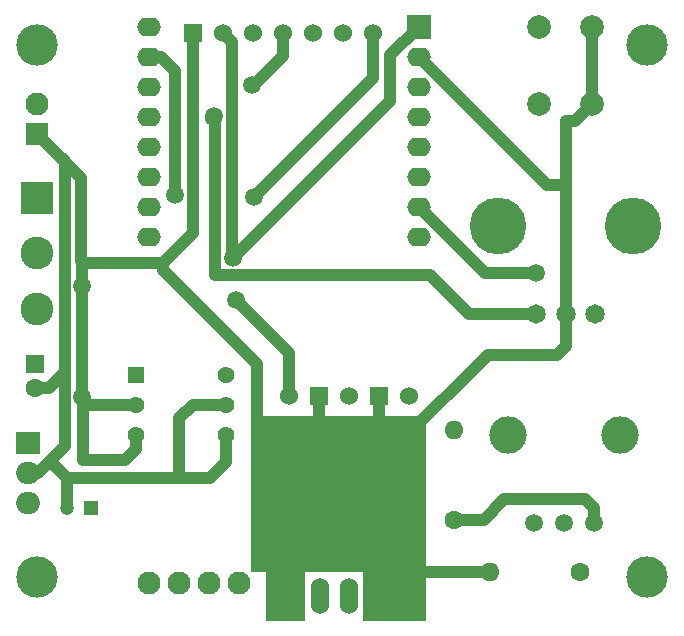
<source format=gbr>
%TF.GenerationSoftware,KiCad,Pcbnew,8.0.8*%
%TF.CreationDate,2025-02-02T21:03:09-08:00*%
%TF.ProjectId,D1Mini,44314d69-6e69-42e6-9b69-6361645f7063,rev?*%
%TF.SameCoordinates,Original*%
%TF.FileFunction,Copper,L2,Bot*%
%TF.FilePolarity,Positive*%
%FSLAX46Y46*%
G04 Gerber Fmt 4.6, Leading zero omitted, Abs format (unit mm)*
G04 Created by KiCad (PCBNEW 8.0.8) date 2025-02-02 21:03:09*
%MOMM*%
%LPD*%
G01*
G04 APERTURE LIST*
%TA.AperFunction,Conductor*%
%ADD10C,0.200000*%
%TD*%
%TA.AperFunction,ComponentPad*%
%ADD11C,1.500000*%
%TD*%
%TA.AperFunction,ComponentPad*%
%ADD12C,3.164000*%
%TD*%
%TA.AperFunction,ComponentPad*%
%ADD13R,2.775000X2.775000*%
%TD*%
%TA.AperFunction,ComponentPad*%
%ADD14C,2.775000*%
%TD*%
%TA.AperFunction,ComponentPad*%
%ADD15C,1.650000*%
%TD*%
%TA.AperFunction,ComponentPad*%
%ADD16C,4.800000*%
%TD*%
%TA.AperFunction,ComponentPad*%
%ADD17R,2.000000X2.000000*%
%TD*%
%TA.AperFunction,ComponentPad*%
%ADD18O,2.000000X1.600000*%
%TD*%
%TA.AperFunction,ComponentPad*%
%ADD19C,1.524000*%
%TD*%
%TA.AperFunction,ComponentPad*%
%ADD20R,1.524000X1.524000*%
%TD*%
%TA.AperFunction,ComponentPad*%
%ADD21O,1.524000X3.048000*%
%TD*%
%TA.AperFunction,ComponentPad*%
%ADD22R,1.200000X1.200000*%
%TD*%
%TA.AperFunction,ComponentPad*%
%ADD23C,1.200000*%
%TD*%
%TA.AperFunction,ComponentPad*%
%ADD24R,2.000000X1.905000*%
%TD*%
%TA.AperFunction,ComponentPad*%
%ADD25O,2.000000X1.905000*%
%TD*%
%TA.AperFunction,ComponentPad*%
%ADD26C,1.425000*%
%TD*%
%TA.AperFunction,ComponentPad*%
%ADD27R,1.425000X1.425000*%
%TD*%
%TA.AperFunction,ComponentPad*%
%ADD28C,1.950000*%
%TD*%
%TA.AperFunction,ComponentPad*%
%ADD29R,1.950000X1.950000*%
%TD*%
%TA.AperFunction,ComponentPad*%
%ADD30C,1.600000*%
%TD*%
%TA.AperFunction,ComponentPad*%
%ADD31O,1.600000X1.600000*%
%TD*%
%TA.AperFunction,ComponentPad*%
%ADD32C,2.000000*%
%TD*%
%TA.AperFunction,ComponentPad*%
%ADD33R,1.600000X1.600000*%
%TD*%
%TA.AperFunction,ViaPad*%
%ADD34C,1.500000*%
%TD*%
%TA.AperFunction,ViaPad*%
%ADD35C,3.500000*%
%TD*%
%TA.AperFunction,Conductor*%
%ADD36C,1.000000*%
%TD*%
G04 APERTURE END LIST*
%TO.N,GND*%
D10*
X116793040Y-70312213D02*
X119950914Y-70312213D01*
X119950914Y-74620633D01*
X116793040Y-74620633D01*
X116793040Y-70312213D01*
%TA.AperFunction,Conductor*%
G36*
X116793040Y-70312213D02*
G01*
X119950914Y-70312213D01*
X119950914Y-74620633D01*
X116793040Y-74620633D01*
X116793040Y-70312213D01*
G37*
%TD.AperFunction*%
X125025791Y-70502305D02*
X130203465Y-70502305D01*
X130203465Y-74609020D01*
X125025791Y-74609020D01*
X125025791Y-70502305D01*
%TA.AperFunction,Conductor*%
G36*
X125025791Y-70502305D02*
G01*
X130203465Y-70502305D01*
X130203465Y-74609020D01*
X125025791Y-74609020D01*
X125025791Y-70502305D01*
G37*
%TD.AperFunction*%
X115550519Y-57487707D02*
X130203465Y-57487707D01*
X130203465Y-70502305D01*
X115550519Y-70502305D01*
X115550519Y-57487707D01*
%TA.AperFunction,Conductor*%
G36*
X115550519Y-57487707D02*
G01*
X130203465Y-57487707D01*
X130203465Y-70502305D01*
X115550519Y-70502305D01*
X115550519Y-57487707D01*
G37*
%TD.AperFunction*%
%TD*%
D11*
%TO.P,Volume1,1,1*%
%TO.N,GND*%
X139446121Y-66446638D03*
%TO.P,Volume1,2,2*%
%TO.N,Net-(Amp1-L)*%
X141946121Y-66446638D03*
%TO.P,Volume1,3,3*%
%TO.N,Net-(R1-Pad1)*%
X144446121Y-66446638D03*
D12*
%TO.P,Volume1,MH1,MH1*%
%TO.N,unconnected-(Volume1-PadMH1)*%
X137196121Y-58946638D03*
%TO.P,Volume1,MH2,MH2*%
%TO.N,unconnected-(Volume1-PadMH2)*%
X146696121Y-58946638D03*
%TD*%
D13*
%TO.P,Pwr1,1,1*%
%TO.N,unconnected-(Pwr1-Pad1)*%
X97369451Y-38894868D03*
D14*
%TO.P,Pwr1,2,2*%
%TO.N,Net-(IN1-Pin_2)*%
X97369451Y-43594868D03*
%TO.P,Pwr1,3,3*%
%TO.N,12V*%
X97369451Y-48294868D03*
%TD*%
D15*
%TO.P,Dimmer1,A1,A1*%
%TO.N,Enc_A*%
X139575813Y-48762237D03*
%TO.P,Dimmer1,B1,B1*%
%TO.N,Enc_B*%
X144575813Y-48762237D03*
%TO.P,Dimmer1,C1,C1*%
%TO.N,GND*%
X142075813Y-48762237D03*
D16*
%TO.P,Dimmer1,MH1,MH1*%
%TO.N,unconnected-(Dimmer1-PadMH1)*%
X147775813Y-41262237D03*
%TO.P,Dimmer1,MH2,MH2*%
%TO.N,unconnected-(Dimmer1-PadMH2)*%
X136375813Y-41262237D03*
%TD*%
D17*
%TO.P,MCU1,1,5V*%
%TO.N,5V*%
X129672442Y-24420409D03*
D18*
%TO.P,MCU1,2,GND*%
%TO.N,GND*%
X129672442Y-26960409D03*
%TO.P,MCU1,3,D4*%
%TO.N,Btn*%
X129672442Y-29500409D03*
%TO.P,MCU1,4,D3*%
%TO.N,DC*%
X129672442Y-32040409D03*
%TO.P,MCU1,5,D2*%
%TO.N,Audio*%
X129672442Y-34580409D03*
%TO.P,MCU1,6,D1*%
%TO.N,LED*%
X129672442Y-37120409D03*
%TO.P,MCU1,7,Rx*%
%TO.N,Enc_B*%
X129672442Y-39660409D03*
%TO.P,MCU1,8,Tx*%
%TO.N,unconnected-(MCU1-Tx-Pad8)*%
X129672442Y-42200409D03*
%TO.P,MCU1,9,Rst*%
%TO.N,unconnected-(MCU1-Rst-Pad9)*%
X106812442Y-42200409D03*
%TO.P,MCU1,10,A0*%
%TO.N,unconnected-(MCU1-A0-Pad10)*%
X106812442Y-39660409D03*
%TO.P,MCU1,11,D0*%
%TO.N,RES*%
X106812442Y-37120409D03*
%TO.P,MCU1,12,D5*%
%TO.N,D0*%
X106812442Y-34580409D03*
%TO.P,MCU1,13,D6*%
%TO.N,Enc_A*%
X106812442Y-32040409D03*
%TO.P,MCU1,14,D7*%
%TO.N,D1*%
X106812442Y-29500409D03*
%TO.P,MCU1,15,D8*%
%TO.N,CS*%
X106812442Y-26960409D03*
%TO.P,MCU1,16,3.3V*%
%TO.N,unconnected-(MCU1-3.3V-Pad16)*%
X106812442Y-24420409D03*
%TD*%
D19*
%TO.P,Amp1,1,L*%
%TO.N,Net-(Amp1-L)*%
X128827702Y-55653679D03*
D20*
%TO.P,Amp1,2,GND*%
%TO.N,GND*%
X126287702Y-55653679D03*
D19*
%TO.P,Amp1,3,R*%
%TO.N,Net-(Amp1-L)*%
X123747702Y-55653679D03*
D20*
%TO.P,Amp1,4,GND*%
%TO.N,GND*%
X121207702Y-55653679D03*
D19*
%TO.P,Amp1,5,VCC*%
%TO.N,5V*%
X118667702Y-55653679D03*
D21*
%TO.P,Amp1,6,V1*%
%TO.N,Net-(Amp1-V1)*%
X123747702Y-72653679D03*
%TO.P,Amp1,7,V2*%
%TO.N,Net-(Amp1-V2)*%
X121247702Y-72653679D03*
%TD*%
D20*
%TO.P,Display1,1,GND*%
%TO.N,GND*%
X110538649Y-24954903D03*
D19*
%TO.P,Display1,2,VCC*%
%TO.N,5V*%
X113078649Y-24954903D03*
%TO.P,Display1,3,D0*%
%TO.N,D0*%
X115618649Y-24954903D03*
%TO.P,Display1,4,D1*%
%TO.N,D1*%
X118158649Y-24954903D03*
%TO.P,Display1,5,RES*%
%TO.N,RES*%
X120698649Y-24954903D03*
%TO.P,Display1,6,DC*%
%TO.N,DC*%
X123238649Y-24954903D03*
%TO.P,Display1,7,CS*%
%TO.N,CS*%
X125778649Y-24954903D03*
%TD*%
D22*
%TO.P,C2,1*%
%TO.N,5V*%
X101866945Y-65174343D03*
D23*
%TO.P,C2,2*%
%TO.N,GND*%
X99866945Y-65174343D03*
%TD*%
D24*
%TO.P,U2,1,IN*%
%TO.N,12V*%
X96575776Y-59678519D03*
D25*
%TO.P,U2,2,GND*%
%TO.N,GND*%
X96575776Y-62218519D03*
%TO.P,U2,3,OUT*%
%TO.N,5V*%
X96575776Y-64758519D03*
%TD*%
D26*
%TO.P,Relay1,6,6*%
%TO.N,Net-(J1-Pad2)*%
X113297934Y-53878437D03*
%TO.P,Relay1,5,5*%
%TO.N,GND*%
X113297934Y-56418437D03*
%TO.P,Relay1,4,4*%
X113297934Y-58958437D03*
%TO.P,Relay1,3,3*%
X105677934Y-58958437D03*
%TO.P,Relay1,2,2*%
X105677934Y-56418437D03*
D27*
%TO.P,Relay1,1,1*%
%TO.N,LED*%
X105677934Y-53878437D03*
%TD*%
D28*
%TO.P,IN1,2,Pin_2*%
%TO.N,Net-(IN1-Pin_2)*%
X97369451Y-30958114D03*
D29*
%TO.P,IN1,1,Pin_1*%
%TO.N,GND*%
X97369451Y-33498114D03*
%TD*%
D30*
%TO.P,R2,1*%
%TO.N,Net-(Amp1-L)*%
X143273771Y-70584692D03*
D31*
%TO.P,R2,2*%
%TO.N,GND*%
X135653771Y-70584692D03*
%TD*%
D30*
%TO.P,R1,1*%
%TO.N,Net-(R1-Pad1)*%
X132670211Y-66178702D03*
D31*
%TO.P,R1,2*%
%TO.N,Audio*%
X132670211Y-58558702D03*
%TD*%
D28*
%TO.P,J1,1*%
%TO.N,12V*%
X106851131Y-71544778D03*
%TO.P,J1,2*%
%TO.N,Net-(J1-Pad2)*%
X109391131Y-71544778D03*
%TO.P,J1,3*%
%TO.N,Net-(Amp1-V1)*%
X111931131Y-71544778D03*
%TO.P,J1,4*%
%TO.N,Net-(Amp1-V2)*%
X114471131Y-71544778D03*
%TD*%
D32*
%TO.P,Strt1,2,2*%
%TO.N,GND*%
X144340890Y-24428719D03*
X144340890Y-30928719D03*
%TO.P,Strt1,1,1*%
%TO.N,Btn*%
X139840890Y-24428719D03*
X139840890Y-30928719D03*
%TD*%
D33*
%TO.P,C1,1*%
%TO.N,12V*%
X97193079Y-53004653D03*
D30*
%TO.P,C1,2*%
%TO.N,GND*%
X97193079Y-55004653D03*
%TD*%
D34*
%TO.N,CS*%
X109016203Y-38694323D03*
X115714268Y-38817223D03*
%TO.N,5V*%
X113932214Y-44005115D03*
D35*
%TO.N,*%
X97369451Y-26000000D03*
X149000000Y-71000000D03*
X97369451Y-71000000D03*
X149000000Y-26000000D03*
D34*
%TO.N,GND*%
X101129673Y-46393953D03*
X101129673Y-55793953D03*
%TO.N,D1*%
X115565665Y-29334255D03*
%TO.N,5V*%
X114186340Y-47524103D03*
%TO.N,Enc_B*%
X139556828Y-45282700D03*
%TO.N,Enc_A*%
X112289768Y-32006697D03*
%TD*%
D36*
%TO.N,GND*%
X129466678Y-70584692D02*
X122876992Y-63995006D01*
X135653771Y-70584692D02*
X129466678Y-70584692D01*
%TO.N,Enc_B*%
X135294733Y-45282700D02*
X129672442Y-39660409D01*
X139556828Y-45282700D02*
X135294733Y-45282700D01*
%TO.N,Net-(R1-Pad1)*%
X144446121Y-65160853D02*
X144446121Y-66446638D01*
X143718990Y-64433722D02*
X144446121Y-65160853D01*
X135140007Y-66178702D02*
X136884987Y-64433722D01*
X132670211Y-66178702D02*
X135140007Y-66178702D01*
X136884987Y-64433722D02*
X143718990Y-64433722D01*
%TO.N,GND*%
X129672442Y-26960409D02*
X140546054Y-37834021D01*
X140546054Y-37834021D02*
X142075813Y-37834021D01*
X142075813Y-37834021D02*
X142075813Y-32392583D01*
X142075813Y-48762237D02*
X142075813Y-37834021D01*
%TO.N,5V*%
X127240649Y-30696680D02*
X113932214Y-44005115D01*
X127240649Y-26852202D02*
X127240649Y-30696680D01*
X129672442Y-24420409D02*
X127240649Y-26852202D01*
%TO.N,CS*%
X107851713Y-26960409D02*
X106812442Y-26960409D01*
X109016203Y-28124899D02*
X107851713Y-26960409D01*
X125778649Y-28752842D02*
X115714268Y-38817223D01*
X125778649Y-24954903D02*
X125778649Y-28752842D01*
X109016203Y-38694323D02*
X109016203Y-28124899D01*
%TO.N,5V*%
X113840648Y-43913549D02*
X113932214Y-44005115D01*
X113840648Y-25716902D02*
X113840648Y-43913549D01*
X113078649Y-24954903D02*
X113840648Y-25716902D01*
%TO.N,GND*%
X109363810Y-57559514D02*
X109363810Y-62645226D01*
X109363810Y-62645226D02*
X111959366Y-62645226D01*
X99866945Y-62645226D02*
X109363810Y-62645226D01*
X110504887Y-56418437D02*
X109363810Y-57559514D01*
X113297934Y-56418437D02*
X110504887Y-56418437D01*
X104755051Y-61062172D02*
X105677934Y-60139289D01*
X101190942Y-61062172D02*
X104755051Y-61062172D01*
X101190942Y-55855222D02*
X101190942Y-61062172D01*
X101129673Y-55793953D02*
X101190942Y-55855222D01*
X105677934Y-60139289D02*
X105677934Y-58958437D01*
X113297934Y-61306658D02*
X113297934Y-58958437D01*
X111959366Y-62645226D02*
X113297934Y-61306658D01*
X101129673Y-46393953D02*
X101129673Y-55793953D01*
X101129673Y-44450596D02*
X101129673Y-46393953D01*
X101188464Y-44391805D02*
X101129673Y-44450596D01*
X99866945Y-62645226D02*
X98414257Y-61192538D01*
X98414257Y-61192538D02*
X99662291Y-59944504D01*
X97388276Y-62218519D02*
X98414257Y-61192538D01*
X99866945Y-65174343D02*
X99866945Y-62645226D01*
X96575776Y-62218519D02*
X97388276Y-62218519D01*
X99662291Y-59944504D02*
X99662291Y-53666811D01*
X99662291Y-53666811D02*
X99662291Y-35790954D01*
X99662291Y-35790954D02*
X98965501Y-35094164D01*
X97193079Y-55004653D02*
X98324449Y-55004653D01*
X98324449Y-55004653D02*
X99662291Y-53666811D01*
X97369451Y-33498114D02*
X98965501Y-35094164D01*
X98965501Y-35094164D02*
X101070883Y-37199546D01*
X101070883Y-37199546D02*
X101070883Y-44274224D01*
X142877026Y-32392583D02*
X142075813Y-32392583D01*
X144340890Y-30928719D02*
X142877026Y-32392583D01*
X144340890Y-24428719D02*
X144340890Y-30928719D01*
X117236347Y-59679404D02*
X122634705Y-59679404D01*
X115944948Y-58501591D02*
X117179554Y-59736197D01*
X115944948Y-52975258D02*
X115944948Y-58501591D01*
X108008194Y-45038504D02*
X115944948Y-52975258D01*
X108008194Y-44391805D02*
X108008194Y-45038504D01*
X117179554Y-59736197D02*
X117236347Y-59679404D01*
X105677934Y-56418437D02*
X101754157Y-56418437D01*
X101754157Y-56418437D02*
X101129673Y-55793953D01*
X108008194Y-44391805D02*
X101188464Y-44391805D01*
X110538649Y-41861350D02*
X108008194Y-44391805D01*
X110538649Y-24954903D02*
X110538649Y-41861350D01*
%TO.N,D1*%
X115565665Y-29334255D02*
X115738080Y-29334255D01*
X118158649Y-26913686D02*
X118158649Y-24954903D01*
X115738080Y-29334255D02*
X118158649Y-26913686D01*
%TO.N,5V*%
X118667702Y-52005465D02*
X114186340Y-47524103D01*
X118667702Y-55653679D02*
X118667702Y-52005465D01*
%TO.N,Enc_A*%
X112375976Y-32092905D02*
X112289768Y-32006697D01*
X112375976Y-45455115D02*
X112375976Y-32092905D01*
X133912950Y-48762237D02*
X130605828Y-45455115D01*
X139575813Y-48762237D02*
X133912950Y-48762237D01*
X112031145Y-32265320D02*
X112289768Y-32006697D01*
%TO.N,GND*%
X142075813Y-51445312D02*
X142075813Y-48762237D01*
X141341801Y-52179324D02*
X142075813Y-51445312D01*
X135479669Y-52179324D02*
X141341801Y-52179324D01*
X128270481Y-59388512D02*
X135479669Y-52179324D01*
X126287702Y-59388512D02*
X128270481Y-59388512D01*
X126287702Y-59388512D02*
X126287702Y-55653679D01*
X125996810Y-59679404D02*
X126287702Y-59388512D01*
X121207702Y-58252401D02*
X122634705Y-59679404D01*
X122634705Y-59679404D02*
X125996810Y-59679404D01*
X121207702Y-55653679D02*
X121207702Y-58252401D01*
%TO.N,Enc_A*%
X130605828Y-45455115D02*
X112375976Y-45455115D01*
%TD*%
M02*

</source>
